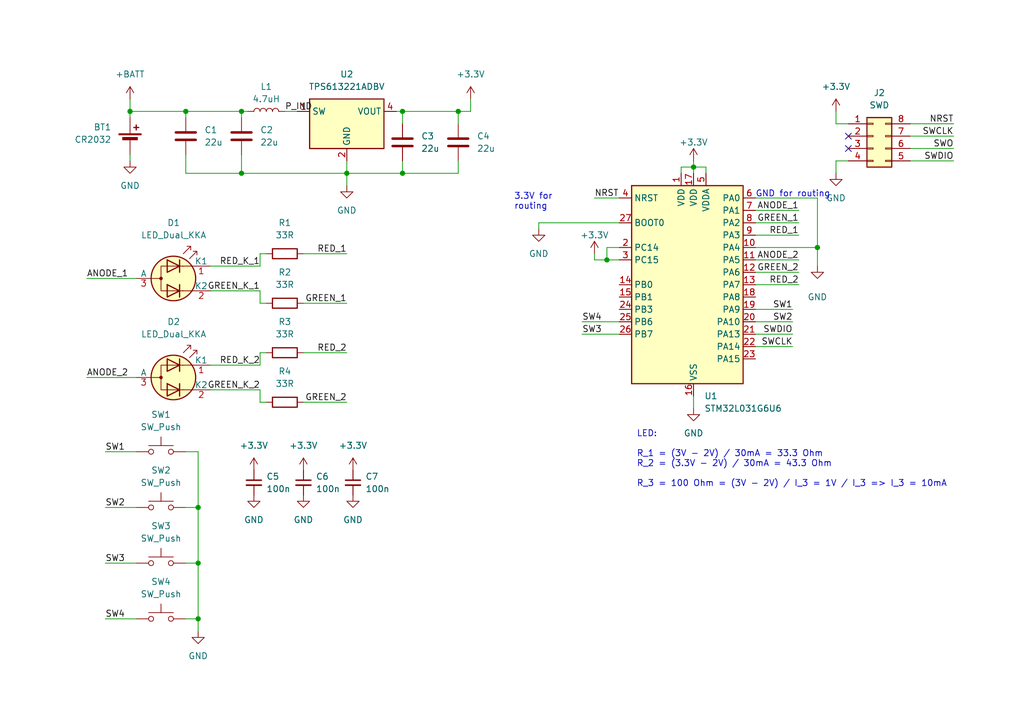
<source format=kicad_sch>
(kicad_sch (version 20231120) (generator "eeschema") (generator_version "8.0")
  (paper "A5")
  (title_block (title "Ferris Badge") (date "2024-01-13") (rev "1"))
  (lib_symbols
    (symbol "+3.3V_1" (power) (pin_numbers hide) (pin_names (offset 0) hide)
      (property "Value" "+3.3V" (at 0 3.556 0))
      (symbol "+3.3V_1_0_1"
        (polyline (pts (xy -0.762 1.27) (xy 0 2.54)))
        (polyline (pts (xy 0 0) (xy 0 2.54)))
        (polyline (pts (xy 0 2.54) (xy 0.762 1.27)))
      )
      (symbol "+3.3V_1_1_1"
        (pin power_in line (at 0 0 90) (length 0) (name "~") (number "1"))
      )
    )
    (symbol "Connector_Generic:Conn_02x04_Counter_Clockwise" (pin_names (offset 1.016) hide)
      (property "Reference" "J" (at 1.27 5.08 0))
      (property "Value" "Conn_02x04_Counter_Clockwise" (at 1.27 -7.62 0))
      (symbol "Conn_02x04_Counter_Clockwise_1_1"
        (rectangle (start -1.27 -4.953) (end 0 -5.207) (stroke (width 0.1524)))
        (rectangle (start -1.27 -2.413) (end 0 -2.667) (stroke (width 0.1524)))
        (rectangle (start -1.27 0.127) (end 0 -0.127) (stroke (width 0.1524)))
        (rectangle (start -1.27 2.667) (end 0 2.413) (stroke (width 0.1524)))
        (rectangle (start -1.27 3.81) (end 3.81 -6.35) (stroke (width 0.254)) (fill (type background)))
        (rectangle (start 3.81 -4.953) (end 2.54 -5.207) (stroke (width 0.1524)))
        (rectangle (start 3.81 -2.413) (end 2.54 -2.667) (stroke (width 0.1524)))
        (rectangle (start 3.81 0.127) (end 2.54 -0.127) (stroke (width 0.1524)))
        (rectangle (start 3.81 2.667) (end 2.54 2.413) (stroke (width 0.1524)))
        (pin passive line (at -5.08 2.54 0) (length 3.81) (name "Pin_1") (number "1"))
        (pin passive line (at -5.08 0 0) (length 3.81) (name "Pin_2") (number "2"))
        (pin passive line (at -5.08 -2.54 0) (length 3.81) (name "Pin_3") (number "3"))
        (pin passive line (at -5.08 -5.08 0) (length 3.81) (name "Pin_4") (number "4"))
        (pin passive line (at 7.62 -5.08 180) (length 3.81) (name "Pin_5") (number "5"))
        (pin passive line (at 7.62 -2.54 180) (length 3.81) (name "Pin_6") (number "6"))
        (pin passive line (at 7.62 0 180) (length 3.81) (name "Pin_7") (number "7"))
        (pin passive line (at 7.62 2.54 180) (length 3.81) (name "Pin_8") (number "8"))
      )
    )
    (symbol "Device:Battery_Cell" (pin_numbers hide) (pin_names (offset 0) hide)
      (property "Reference" "BT" (at 2.54 2.54 0))
      (property "Value" "Battery_Cell" (at 2.54 0 0))
      (symbol "Battery_Cell_0_1"
        (rectangle (start -2.286 1.778) (end 2.286 1.524) (fill (type outline)))
        (rectangle (start -1.524 1.016) (end 1.524 0.508) (fill (type outline)))
        (polyline (pts (xy 0 0.762) (xy 0 0)))
        (polyline (pts (xy 0 1.778) (xy 0 2.54)))
        (polyline (pts (xy 0.762 3.048) (xy 1.778 3.048)) (stroke (width 0.254)))
        (polyline (pts (xy 1.27 3.556) (xy 1.27 2.54)) (stroke (width 0.254)))
      )
      (symbol "Battery_Cell_1_1"
        (pin passive line (at 0 5.08 270) (length 2.54) (name "+") (number "1"))
        (pin passive line (at 0 -2.54 90) (length 2.54) (name "-") (number "2"))
      )
    )
    (symbol "Device:C" (pin_numbers hide) (pin_names (offset 0.254))
      (property "Reference" "C" (at 0.635 2.54 0))
      (property "Value" "C" (at 0.635 -2.54 0))
      (symbol "C_0_1"
        (polyline (pts (xy -2.032 -0.762) (xy 2.032 -0.762)) (stroke (width 0.508)))
        (polyline (pts (xy -2.032 0.762) (xy 2.032 0.762)) (stroke (width 0.508)))
      )
      (symbol "C_1_1"
        (pin passive line (at 0 3.81 270) (length 2.794) (name "~") (number "1"))
        (pin passive line (at 0 -3.81 90) (length 2.794) (name "~") (number "2"))
      )
    )
    (symbol "Device:C_Small" (pin_numbers hide) (pin_names (offset 0.254) hide)
      (property "Reference" "C" (at 0.254 1.778 0))
      (property "Value" "C_Small" (at 0.254 -2.032 0))
      (symbol "C_Small_0_1"
        (polyline (pts (xy -1.524 -0.508) (xy 1.524 -0.508)) (stroke (width 0.3302)))
        (polyline (pts (xy -1.524 0.508) (xy 1.524 0.508)) (stroke (width 0.3048)))
      )
      (symbol "C_Small_1_1"
        (pin passive line (at 0 2.54 270) (length 2.032) (name "~") (number "1"))
        (pin passive line (at 0 -2.54 90) (length 2.032) (name "~") (number "2"))
      )
    )
    (symbol "Device:L" (pin_numbers hide) (pin_names (offset 1.016) hide)
      (property "Reference" "L" (at -1.27 0 90))
      (property "Value" "L" (at 1.905 0 90))
      (symbol "L_0_1"
        (arc (start 0 -2.54) (mid 0.6323 -1.905) (end 0 -1.27))
        (arc (start 0 -1.27) (mid 0.6323 -0.635) (end 0 0))
        (arc (start 0 0) (mid 0.6323 0.635) (end 0 1.27))
        (arc (start 0 1.27) (mid 0.6323 1.905) (end 0 2.54))
      )
      (symbol "L_1_1"
        (pin passive line (at 0 3.81 270) (length 1.27) (name "1") (number "1"))
        (pin passive line (at 0 -3.81 90) (length 1.27) (name "2") (number "2"))
      )
    )
    (symbol "Device:LED_Dual_KKA" (pin_names (offset 0))
      (property "Reference" "D" (at 0 5.715 0))
      (property "Value" "LED_Dual_KKA" (at 0 -6.35 0))
      (symbol "LED_Dual_KKA_0_1"
        (circle (center -2.54 0) (radius 0.2794) (fill (type outline)))
        (polyline (pts (xy -4.572 0) (xy -2.54 0)))
        (polyline (pts (xy 1.27 -1.27) (xy 1.27 -3.81)) (stroke (width 0.254)))
        (polyline (pts (xy 1.27 3.81) (xy 1.27 1.27)) (stroke (width 0.254)))
        (polyline (pts (xy 3.81 -2.54) (xy 1.905 -2.54)))
        (polyline (pts (xy 3.81 2.54) (xy 1.905 2.54)))
        (polyline (pts (xy -1.27 -1.27) (xy -1.27 -3.81) (xy 1.27 -2.54) (xy -1.27 -1.27)) (stroke (width 0.254)))
        (polyline (pts (xy -1.27 3.81) (xy -1.27 1.27) (xy 1.27 2.54) (xy -1.27 3.81)) (stroke (width 0.254)))
        (polyline (pts (xy 2.032 2.54) (xy -2.54 2.54) (xy -2.54 -2.54) (xy 2.032 -2.54)))
        (polyline (pts (xy 2.032 5.08) (xy 3.556 6.604) (xy 2.794 6.604) (xy 3.556 6.604) (xy 3.556 5.842)))
        (polyline (pts (xy 3.302 4.064) (xy 4.826 5.588) (xy 4.064 5.588) (xy 4.826 5.588) (xy 4.826 4.826)))
        (circle (center 0 0) (radius 4.572) (stroke (width 0.254)) (fill (type background)))
      )
      (symbol "LED_Dual_KKA_1_1"
        (pin input line (at 7.62 2.54 180) (length 3.81) (name "K1") (number "1"))
        (pin input line (at 7.62 -2.54 180) (length 3.81) (name "K2") (number "2"))
        (pin input line (at -7.62 0 0) (length 3.048) (name "A") (number "3"))
      )
    )
    (symbol "Device:R" (pin_numbers hide) (pin_names (offset 0))
      (property "Reference" "R" (at 2.032 0 90))
      (property "Value" "R" (at 0 0 90))
      (symbol "R_0_1"
        (rectangle (start -1.016 -2.54) (end 1.016 2.54) (stroke (width 0.254)))
      )
      (symbol "R_1_1"
        (pin passive line (at 0 3.81 270) (length 1.27) (name "~") (number "1"))
        (pin passive line (at 0 -3.81 90) (length 1.27) (name "~") (number "2"))
      )
    )
    (symbol "GND_1" (power) (pin_numbers hide) (pin_names (offset 0) hide)
      (property "Value" "GND" (at 0 -3.81 0))
      (symbol "GND_1_0_1"
        (polyline (pts (xy 0 0) (xy 0 -1.27) (xy 1.27 -1.27) (xy 0 -2.54) (xy -1.27 -1.27) (xy 0 -1.27)))
      )
      (symbol "GND_1_1_1"
        (pin power_in line (at 0 0 270) (length 0) (name "~") (number "1"))
      )
    )
    (symbol "GND_2" (power) (pin_numbers hide) (pin_names (offset 0) hide)
      (property "Value" "GND" (at 0 -3.81 0))
      (symbol "GND_2_0_1"
        (polyline (pts (xy 0 0) (xy 0 -1.27) (xy 1.27 -1.27) (xy 0 -2.54) (xy -1.27 -1.27) (xy 0 -1.27)))
      )
      (symbol "GND_2_1_1"
        (pin power_in line (at 0 0 270) (length 0) (name "~") (number "1"))
      )
    )
    (symbol "MCU_ST_STM32L0:STM32L031G6Ux"
      (property "Reference" "U" (at -10.16 21.59 0))
      (property "Value" "STM32L031G6Ux" (at 7.62 21.59 0))
      (symbol "STM32L031G6Ux_0_1"
        (rectangle (start -10.16 -20.32) (end 12.7 20.32) (stroke (width 0.254)) (fill (type background)))
      )
      (symbol "STM32L031G6Ux_1_1"
        (pin power_in line (at 0 22.86 270) (length 2.54) (name "VDD") (number "1"))
        (pin bidirectional line (at 15.24 7.62 180) (length 2.54) (name "PA4") (number "10"))
        (pin bidirectional line (at 15.24 5.08 180) (length 2.54) (name "PA5") (number "11"))
        (pin bidirectional line (at 15.24 2.54 180) (length 2.54) (name "PA6") (number "12"))
        (pin bidirectional line (at 15.24 0 180) (length 2.54) (name "PA7") (number "13"))
        (pin bidirectional line (at -12.7 0 0) (length 2.54) (name "PB0") (number "14"))
        (pin bidirectional line (at -12.7 -2.54 0) (length 2.54) (name "PB1") (number "15"))
        (pin power_in line (at 2.54 -22.86 90) (length 2.54) (name "VSS") (number "16"))
        (pin power_in line (at 2.54 22.86 270) (length 2.54) (name "VDD") (number "17"))
        (pin bidirectional line (at 15.24 -2.54 180) (length 2.54) (name "PA8") (number "18"))
        (pin bidirectional line (at 15.24 -5.08 180) (length 2.54) (name "PA9") (number "19"))
        (pin bidirectional line (at -12.7 7.62 0) (length 2.54) (name "PC14") (number "2"))
        (pin bidirectional line (at 15.24 -7.62 180) (length 2.54) (name "PA10") (number "20"))
        (pin bidirectional line (at 15.24 -10.16 180) (length 2.54) (name "PA13") (number "21"))
        (pin bidirectional line (at 15.24 -12.7 180) (length 2.54) (name "PA14") (number "22"))
        (pin bidirectional line (at 15.24 -15.24 180) (length 2.54) (name "PA15") (number "23"))
        (pin bidirectional line (at -12.7 -5.08 0) (length 2.54) (name "PB3") (number "24"))
        (pin bidirectional line (at -12.7 -7.62 0) (length 2.54) (name "PB6") (number "25"))
        (pin bidirectional line (at -12.7 -10.16 0) (length 2.54) (name "PB7") (number "26"))
        (pin input line (at -12.7 12.7 0) (length 2.54) (name "BOOT0") (number "27"))
        (pin passive line (at 2.54 -22.86 90) (length 2.54) hide (name "VSS") (number "28"))
        (pin bidirectional line (at -12.7 5.08 0) (length 2.54) (name "PC15") (number "3"))
        (pin input line (at -12.7 17.78 0) (length 2.54) (name "NRST") (number "4"))
        (pin power_in line (at 5.08 22.86 270) (length 2.54) (name "VDDA") (number "5"))
        (pin bidirectional line (at 15.24 17.78 180) (length 2.54) (name "PA0") (number "6"))
        (pin bidirectional line (at 15.24 15.24 180) (length 2.54) (name "PA1") (number "7"))
        (pin bidirectional line (at 15.24 12.7 180) (length 2.54) (name "PA2") (number "8"))
        (pin bidirectional line (at 15.24 10.16 180) (length 2.54) (name "PA3") (number "9"))
      )
    )
    (symbol "MCU_WCH_CH32V0:CH32V003JxMx"
      (property "Reference" "U" (at -15.24 7.62 0))
      (property "Value" "CH32V003JxMx" (at 15.24 7.62 0))
      (symbol "CH32V003JxMx_1_1"
        (rectangle (start -15.24 5.08) (end 15.24 -5.08) (stroke (width 0.254)) (fill (type background)))
        (pin bidirectional line (at 17.78 0 180) (length 2.54) (name "PD6/PA1") (number "1"))
        (pin power_in line (at 0 -7.62 90) (length 2.54) (name "VSS") (number "2"))
        (pin bidirectional line (at 17.78 -2.54 180) (length 2.54) (name "PA2") (number "3"))
        (pin power_in line (at 0 7.62 270) (length 2.54) (name "VDD") (number "4"))
        (pin bidirectional line (at -17.78 2.54 0) (length 2.54) (name "PC1") (number "5"))
        (pin bidirectional line (at -17.78 0 0) (length 2.54) (name "PC2") (number "6"))
        (pin bidirectional line (at -17.78 -2.54 0) (length 2.54) (name "PC4") (number "7"))
        (pin bidirectional line (at 17.78 2.54 180) (length 2.54) (name "PD1/PD4/PD5") (number "8"))
      )
    )
    (symbol "Regulator_Switching:TPS613221ADBV"
      (property "Reference" "U" (at -7.62 6.35 0))
      (property "Value" "TPS613221ADBV" (at 2.54 6.35 0))
      (symbol "TPS613221ADBV_0_1"
        (rectangle (start -7.62 5.08) (end 7.62 -5.08) (stroke (width 0.254)) (fill (type background)))
      )
      (symbol "TPS613221ADBV_1_1"
        (pin power_in line (at -10.16 2.54 0) (length 2.54) (name "SW") (number "1"))
        (pin power_in line (at 0 -7.62 90) (length 2.54) (name "GND") (number "2"))
        (pin no_connect line (at -7.62 -2.54 0) (length 2.54) hide (name "NC") (number "3"))
        (pin power_out line (at 10.16 2.54 180) (length 2.54) (name "VOUT") (number "4"))
        (pin no_connect line (at 7.62 -2.54 180) (length 2.54) hide (name "NC") (number "5"))
      )
    )
    (symbol "Switch:SW_Push" (pin_numbers hide) (pin_names (offset 1.016) hide)
      (property "Reference" "SW" (at 1.27 2.54 0))
      (property "Value" "SW_Push" (at 0 -1.524 0))
      (symbol "SW_Push_0_1"
        (circle (center -2.032 0) (radius 0.508))
        (polyline (pts (xy 0 1.27) (xy 0 3.048)))
        (polyline (pts (xy 2.54 1.27) (xy -2.54 1.27)))
        (circle (center 2.032 0) (radius 0.508))
        (pin passive line (at -5.08 0 0) (length 2.54) (name "1") (number "1"))
        (pin passive line (at 5.08 0 180) (length 2.54) (name "2") (number "2"))
      )
    )
    (symbol "power:+3.3V" (power) (pin_names (offset 0))
      (property "Value" "+3.3V" (at 0 3.556 0))
      (symbol "+3.3V_0_1"
        (polyline (pts (xy -0.762 1.27) (xy 0 2.54)))
        (polyline (pts (xy 0 0) (xy 0 2.54)))
        (polyline (pts (xy 0 2.54) (xy 0.762 1.27)))
      )
      (symbol "+3.3V_1_1"
        (pin power_in line (at 0 0 90) (length 0) hide (name "+3.3V") (number "1"))
      )
    )
    (symbol "power:+BATT" (power) (pin_numbers hide) (pin_names (offset 0) hide)
      (property "Value" "+BATT" (at 0 3.556 0))
      (symbol "+BATT_0_1"
        (polyline (pts (xy -0.762 1.27) (xy 0 2.54)))
        (polyline (pts (xy 0 0) (xy 0 2.54)))
        (polyline (pts (xy 0 2.54) (xy 0.762 1.27)))
      )
      (symbol "+BATT_1_1"
        (pin power_in line (at 0 0 90) (length 0) (name "~") (number "1"))
      )
    )
    (symbol "power:GND" (power) (pin_names (offset 0))
      (property "Value" "GND" (at 0 -3.81 0))
      (symbol "GND_0_1"
        (polyline (pts (xy 0 0) (xy 0 -1.27) (xy 1.27 -1.27) (xy 0 -2.54) (xy -1.27 -1.27) (xy 0 -1.27)))
      )
      (symbol "GND_1_1"
        (pin power_in line (at 0 0 270) (length 0) hide (name "GND") (number "1"))
      )
    )
  )
  (junction (at 93.98 22.86))
  (junction (at 26.67 22.86))
  (junction (at 40.64 104.14))
  (junction (at 82.55 35.56))
  (junction (at 49.53 22.86))
  (junction (at 82.55 22.86))
  (junction (at 71.12 35.56))
  (junction (at 38.1 22.86))
  (junction (at 142.24 34.29))
  (junction (at 40.64 115.57))
  (junction (at 167.64 50.8))
  (junction (at 40.64 127))
  (junction (at 124.46 53.34))
  (junction (at 49.53 35.56))
  (no_connect (at 173.99 27.94))
  (no_connect (at 173.99 30.48))
  (wire (pts (xy 40.64 92.71) (xy 38.1 92.71)))
  (wire (pts (xy 40.64 115.57) (xy 38.1 115.57)))
  (wire (pts (xy 154.94 55.88) (xy 163.83 55.88)))
  (wire (pts (xy 119.38 66.04) (xy 127 66.04)))
  (wire (pts (xy 154.94 48.26) (xy 163.83 48.26)))
  (wire (pts (xy 62.23 72.39) (xy 71.12 72.39)))
  (wire (pts (xy 154.94 58.42) (xy 163.83 58.42)))
  (wire (pts (xy 154.94 66.04) (xy 162.56 66.04)))
  (wire (pts (xy 186.69 33.02) (xy 195.58 33.02)))
  (wire (pts (xy 62.23 52.07) (xy 71.12 52.07)))
  (wire (pts (xy 121.92 40.64) (xy 127 40.64)))
  (wire (pts (xy 49.53 31.75) (xy 49.53 35.56)))
  (wire (pts (xy 40.64 127) (xy 40.64 129.54)))
  (wire (pts (xy 121.92 53.34) (xy 124.46 53.34)))
  (wire (pts (xy 62.23 62.23) (xy 71.12 62.23)))
  (wire (pts (xy 167.64 54.61) (xy 167.64 50.8)))
  (wire (pts (xy 62.23 82.55) (xy 71.12 82.55)))
  (wire (pts (xy 40.64 127) (xy 38.1 127)))
  (wire (pts (xy 50.8 22.86) (xy 49.53 22.86)))
  (wire (pts (xy 144.78 34.29) (xy 144.78 35.56)))
  (wire (pts (xy 154.94 63.5) (xy 162.56 63.5)))
  (wire (pts (xy 21.59 127) (xy 27.94 127)))
  (wire (pts (xy 154.94 71.12) (xy 162.56 71.12)))
  (wire (pts (xy 17.78 77.47) (xy 27.94 77.47)))
  (wire (pts (xy 53.34 52.07) (xy 53.34 54.61)))
  (wire (pts (xy 40.64 104.14) (xy 40.64 115.57)))
  (wire (pts (xy 139.7 34.29) (xy 139.7 35.56)))
  (wire (pts (xy 93.98 35.56) (xy 93.98 33.02)))
  (wire (pts (xy 40.64 115.57) (xy 40.64 127)))
  (wire (pts (xy 251.46 66.04) (xy 257.81 66.04)))
  (wire (pts (xy 142.24 33.02) (xy 142.24 34.29)))
  (wire (pts (xy 21.59 115.57) (xy 27.94 115.57)))
  (wire (pts (xy 124.46 50.8) (xy 124.46 53.34)))
  (wire (pts (xy 40.64 92.71) (xy 40.64 104.14)))
  (wire (pts (xy 17.78 57.15) (xy 27.94 57.15)))
  (wire (pts (xy 53.34 74.93) (xy 43.18 74.93)))
  (wire (pts (xy 167.64 40.64) (xy 154.94 40.64)))
  (wire (pts (xy 127 50.8) (xy 124.46 50.8)))
  (wire (pts (xy 171.45 35.56) (xy 171.45 33.02)))
  (wire (pts (xy 82.55 22.86) (xy 81.28 22.86)))
  (wire (pts (xy 53.34 62.23) (xy 53.34 59.69)))
  (wire (pts (xy 82.55 22.86) (xy 82.55 25.4)))
  (wire (pts (xy 82.55 33.02) (xy 82.55 35.56)))
  (wire (pts (xy 171.45 33.02) (xy 173.99 33.02)))
  (wire (pts (xy 93.98 22.86) (xy 93.98 25.4)))
  (wire (pts (xy 26.67 33.02) (xy 26.67 31.75)))
  (wire (pts (xy 186.69 27.94) (xy 195.58 27.94)))
  (wire (pts (xy 110.49 45.72) (xy 127 45.72)))
  (wire (pts (xy 71.12 33.02) (xy 71.12 35.56)))
  (wire (pts (xy 53.34 54.61) (xy 43.18 54.61)))
  (wire (pts (xy 186.69 25.4) (xy 195.58 25.4)))
  (wire (pts (xy 53.34 52.07) (xy 54.61 52.07)))
  (wire (pts (xy 186.69 30.48) (xy 195.58 30.48)))
  (wire (pts (xy 171.45 22.86) (xy 171.45 25.4)))
  (wire (pts (xy 53.34 62.23) (xy 54.61 62.23)))
  (wire (pts (xy 53.34 59.69) (xy 43.18 59.69)))
  (wire (pts (xy 96.52 20.32) (xy 96.52 22.86)))
  (wire (pts (xy 121.92 52.07) (xy 121.92 53.34)))
  (wire (pts (xy 119.38 68.58) (xy 127 68.58)))
  (wire (pts (xy 110.49 46.99) (xy 110.49 45.72)))
  (wire (pts (xy 154.94 45.72) (xy 163.83 45.72)))
  (wire (pts (xy 71.12 35.56) (xy 82.55 35.56)))
  (wire (pts (xy 171.45 25.4) (xy 173.99 25.4)))
  (wire (pts (xy 124.46 53.34) (xy 127 53.34)))
  (wire (pts (xy 53.34 82.55) (xy 54.61 82.55)))
  (wire (pts (xy 38.1 22.86) (xy 26.67 22.86)))
  (wire (pts (xy 40.64 104.14) (xy 38.1 104.14)))
  (wire (pts (xy 93.98 22.86) (xy 96.52 22.86)))
  (wire (pts (xy 154.94 53.34) (xy 163.83 53.34)))
  (wire (pts (xy 49.53 22.86) (xy 49.53 24.13)))
  (wire (pts (xy 154.94 50.8) (xy 167.64 50.8)))
  (wire (pts (xy 21.59 92.71) (xy 27.94 92.71)))
  (wire (pts (xy 142.24 81.28) (xy 142.24 83.82)))
  (wire (pts (xy 26.67 22.86) (xy 26.67 24.13)))
  (wire (pts (xy 21.59 104.14) (xy 27.94 104.14)))
  (wire (pts (xy 82.55 35.56) (xy 93.98 35.56)))
  (wire (pts (xy 53.34 72.39) (xy 54.61 72.39)))
  (wire (pts (xy 142.24 34.29) (xy 142.24 35.56)))
  (wire (pts (xy 154.94 68.58) (xy 162.56 68.58)))
  (wire (pts (xy 71.12 35.56) (xy 71.12 38.1)))
  (wire (pts (xy 38.1 31.75) (xy 38.1 35.56)))
  (wire (pts (xy 49.53 22.86) (xy 38.1 22.86)))
  (wire (pts (xy 53.34 80.01) (xy 43.18 80.01)))
  (wire (pts (xy 53.34 72.39) (xy 53.34 74.93)))
  (wire (pts (xy 38.1 35.56) (xy 49.53 35.56)))
  (wire (pts (xy 167.64 50.8) (xy 167.64 40.64)))
  (wire (pts (xy 142.24 34.29) (xy 144.78 34.29)))
  (wire (pts (xy 38.1 22.86) (xy 38.1 24.13)))
  (wire (pts (xy 49.53 35.56) (xy 71.12 35.56)))
  (wire (pts (xy 53.34 82.55) (xy 53.34 80.01)))
  (wire (pts (xy 142.24 34.29) (xy 139.7 34.29)))
  (wire (pts (xy 82.55 22.86) (xy 93.98 22.86)))
  (wire (pts (xy 26.67 20.32) (xy 26.67 22.86)))
  (wire (pts (xy 154.94 43.18) (xy 163.83 43.18)))
  (wire (pts (xy 58.42 22.86) (xy 60.96 22.86)))
  (text "3.3V for\nrouting" (at 105.41 43.18 0) (effects (font (size 1.27 1.27)) (justify left bottom)))
  (text "LED:\n\nR_1 = (3V - 2V) / 30mA = 33.3 Ohm\nR_2 = (3.3V - 2V) / 30mA = 43.3 Ohm\n\nR_3 = 100 Ohm = (3V - 2V) / I_3 = 1V / I_3 => I_3 = 10mA" (at 130.556 100.076 0) (effects (font (size 1.27 1.27)) (justify left bottom)))
  (text "GND for routing" (at 154.94 40.64 0) (effects (font (size 1.27 1.27)) (justify left bottom)))
  (label "RED_K_2" (at 53.34 74.93 180))
  (label "ANODE_2" (at 17.78 77.47 0))
  (label "SWDIO" (at 162.56 68.58 180))
  (label "SW3" (at 119.38 68.58 0))
  (label "SW1" (at 21.59 92.71 0))
  (label "GREEN_2" (at 163.83 55.88 180))
  (label "SWCLK" (at 162.56 71.12 180))
  (label "RED_1" (at 163.83 48.26 180))
  (label "SW1" (at 162.56 63.5 180))
  (label "ANODE_1" (at 163.83 43.18 180))
  (label "P_IND" (at 58.42 22.86 0))
  (label "NRST" (at 195.58 25.4 180))
  (label "RED_1" (at 71.12 52.07 180))
  (label "SW2" (at 162.56 66.04 180))
  (label "RED_2" (at 163.83 58.42 180))
  (label "GREEN_2" (at 71.12 82.55 180))
  (label "SWDIO" (at 195.58 33.02 180))
  (label "RED_2" (at 71.12 72.39 180))
  (label "GREEN_1" (at 71.12 62.23 180))
  (label "ANODE_1" (at 17.78 57.15 0))
  (label "GREEN_1" (at 163.83 45.72 180))
  (label "GREEN_K_1" (at 53.34 59.69 180))
  (label "ANODE_2" (at 163.83 53.34 180))
  (label "NRST" (at 121.92 40.64 0))
  (label "GREEN_K_2" (at 53.34 80.01 180))
  (label "SWO" (at 195.58 30.48 180))
  (label "SWIO" (at 257.81 66.04 180))
  (label "SW4" (at 21.59 127 0))
  (label "SW4" (at 119.38 66.04 0))
  (label "SW3" (at 21.59 115.57 0))
  (label "SWCLK" (at 195.58 27.94 180))
  (label "RED_K_1" (at 53.34 54.61 180))
  (label "SW2" (at 21.59 104.14 0))
  (symbol (lib_id "Device:R") (at 58.42 72.39 90) (unit 1)
    (property "Reference" "R3" (at 58.42 66.04 90))
    (property "Value" "33R" (at 58.42 68.58 90))
    (property "Footprint" "Resistor_SMD:R_0402_1005Metric" (effects (hide yes)))
  )
  (symbol (lib_id "power:GND") (at 72.39 101.6 0) (unit 1)
    (property "Reference" "#PWR022" (effects (hide yes)))
    (property "Value" "GND" (at 72.39 106.68 0))
  )
  (symbol (lib_id "Device:R") (at 58.42 62.23 90) (unit 1)
    (property "Reference" "R2" (at 58.42 55.88 90))
    (property "Value" "33R" (at 58.42 58.42 90))
    (property "Footprint" "Resistor_SMD:R_0402_1005Metric" (effects (hide yes)))
  )
  (symbol (lib_id "MCU_ST_STM32L0:STM32L031G6Ux") (at 139.7 58.42 0) (unit 1)
    (property "Reference" "U1" (at 144.4341 81.28 0) (effects (justify left)))
    (property "Value" "STM32L031G6U6" (at 144.4341 83.82 0) (effects (justify left)))
    (property "Footprint" "Package_DFN_QFN:QFN-28_4x4mm_P0.5mm" (effects (hide yes)))
    (property "Datasheet" "https://www.st.com/resource/en/datasheet/stm32l031g6.pdf" (effects (hide yes)))
  )
  (symbol (lib_id "power:+BATT") (at 26.67 20.32 0) (unit 1)
    (property "Reference" "#PWR01" (effects (hide yes)))
    (property "Value" "+BATT" (at 26.67 15.24 0))
    (property "Description" "Power symbol creates a global label with name \"+BATT\"" (effects (hide yes)))
  )
  (symbol (lib_id "Device:LED_Dual_KKA") (at 35.56 77.47 0) (unit 1)
    (property "Reference" "D2" (at 35.6235 66.04 0))
    (property "Value" "LED_Dual_KKA" (at 35.6235 68.58 0))
    (property "Footprint" "LED_SMD:LED_LiteOn_LTST-S326" (effects (hide yes)))
  )
  (symbol (lib_id "Switch:SW_Push") (at 33.02 92.71 0) (unit 1)
    (property "Reference" "SW1" (at 33.02 85.09 0))
    (property "Value" "SW_Push" (at 33.02 87.63 0))
    (property "Footprint" "Button_Switch_SMD:SW_Push_1P1T_XKB_TS-1187A" (effects (hide yes)))
  )
  (symbol (lib_name "GND_2") (lib_id "power:GND") (at 233.68 76.2 0) (unit 1)
    (property "Reference" "#PWR02" (effects (hide yes)))
    (property "Value" "GND" (at 233.68 81.28 0))
    (property "Description" "Power symbol creates a global label with name \"GND\" , ground" (effects (hide yes)))
  )
  (symbol (lib_id "power:GND") (at 40.64 129.54 0) (unit 1)
    (property "Reference" "#PWR07" (effects (hide yes)))
    (property "Value" "GND" (at 40.64 134.62 0))
  )
  (symbol (lib_id "Device:Battery_Cell") (at 26.67 29.21 0) (unit 1)
    (property "Reference" "BT1" (at 22.86 26.0984 0) (effects (justify right)))
    (property "Value" "CR2032" (at 22.86 28.6384 0) (effects (justify right)))
    (property "Footprint" "Battery:BatteryHolder_Keystone_3034_1x20mm" (effects (hide yes)))
    (property "LCSC" "C964833" (effects (hide yes)))
  )
  (symbol (lib_id "Device:C") (at 93.98 29.21 0) (unit 1)
    (property "Reference" "C4" (at 97.79 27.9399 0) (effects (justify left)))
    (property "Value" "22u" (at 97.79 30.4799 0) (effects (justify left)))
    (property "Footprint" "Capacitor_SMD:C_0805_2012Metric_Pad1.18x1.45mm_HandSolder" (effects (hide yes)))
    (property "Description" "Unpolarized capacitor" (effects (hide yes)))
  )
  (symbol (lib_id "Device:C") (at 82.55 29.21 0) (unit 1)
    (property "Reference" "C3" (at 86.36 27.9399 0) (effects (justify left)))
    (property "Value" "22u" (at 86.36 30.4799 0) (effects (justify left)))
    (property "Footprint" "Capacitor_SMD:C_0805_2012Metric_Pad1.18x1.45mm_HandSolder" (effects (hide yes)))
    (property "Description" "Unpolarized capacitor" (effects (hide yes)))
  )
  (symbol (lib_id "Regulator_Switching:TPS613221ADBV") (at 71.12 25.4 0) (unit 1)
    (property "Reference" "U2" (at 71.12 15.24 0))
    (property "Value" "TPS613221ADBV" (at 71.12 17.78 0))
    (property "Footprint" "Package_TO_SOT_SMD:SOT-23-5_HandSoldering" (effects (hide yes)))
    (property "Datasheet" "http://www.ti.com/lit/ds/symlink/tps61322.pdf" (effects (hide yes)))
    (property "Description" "1.2A Step-Up Converter, 3.3V Output Voltage, 0.9-5.5V Input Voltage, SOT-23-5" (effects (hide yes)))
  )
  (symbol (lib_id "power:GND") (at 62.23 101.6 0) (unit 1)
    (property "Reference" "#PWR020" (effects (hide yes)))
    (property "Value" "GND" (at 62.23 106.68 0))
  )
  (symbol (lib_name "+3.3V_1") (lib_id "power:+3.3V") (at 233.68 60.96 0) (unit 1)
    (property "Reference" "#PWR09" (effects (hide yes)))
    (property "Value" "+3.3V" (at 233.68 55.88 0))
    (property "Description" "Power symbol creates a global label with name \"+3.3V\"" (effects (hide yes)))
  )
  (symbol (lib_id "Device:LED_Dual_KKA") (at 35.56 57.15 0) (unit 1)
    (property "Reference" "D1" (at 35.6235 45.72 0))
    (property "Value" "LED_Dual_KKA" (at 35.6235 48.26 0))
    (property "Footprint" "LED_SMD:LED_LiteOn_LTST-S326" (effects (hide yes)))
  )
  (symbol (lib_id "Device:C") (at 49.53 27.94 0) (unit 1)
    (property "Reference" "C2" (at 53.34 26.6699 0) (effects (justify left)))
    (property "Value" "22u" (at 53.34 29.2099 0) (effects (justify left)))
    (property "Footprint" "Capacitor_SMD:C_0805_2012Metric_Pad1.18x1.45mm_HandSolder" (effects (hide yes)))
    (property "Description" "Unpolarized capacitor" (effects (hide yes)))
  )
  (symbol (lib_id "Device:C_Small") (at 72.39 99.06 0) (unit 1)
    (property "Reference" "C7" (at 74.93 97.7963 0) (effects (justify left)))
    (property "Value" "100n" (at 74.93 100.3363 0) (effects (justify left)))
    (property "Footprint" "Capacitor_SMD:C_0402_1005Metric" (effects (hide yes)))
  )
  (symbol (lib_id "power:+3.3V") (at 121.92 52.07 0) (unit 1)
    (property "Reference" "#PWR017" (effects (hide yes)))
    (property "Value" "+3.3V" (at 121.92 48.26 0))
  )
  (symbol (lib_id "power:+3.3V") (at 142.24 33.02 0) (unit 1)
    (property "Reference" "#PWR05" (effects (hide yes)))
    (property "Value" "+3.3V" (at 142.24 29.21 0))
  )
  (symbol (lib_name "GND_1") (lib_id "power:GND") (at 71.12 38.1 0) (unit 1)
    (property "Reference" "#PWR013" (effects (hide yes)))
    (property "Value" "GND" (at 71.12 43.18 0))
    (property "Description" "Power symbol creates a global label with name \"GND\" , ground" (effects (hide yes)))
  )
  (symbol (lib_id "Device:R") (at 58.42 52.07 90) (unit 1)
    (property "Reference" "R1" (at 58.42 45.72 90))
    (property "Value" "33R" (at 58.42 48.26 90))
    (property "Footprint" "Resistor_SMD:R_0402_1005Metric" (effects (hide yes)))
  )
  (symbol (lib_id "power:+3.3V") (at 52.07 96.52 0) (unit 1)
    (property "Reference" "#PWR015" (effects (hide yes)))
    (property "Value" "+3.3V" (at 52.07 91.44 0))
  )
  (symbol (lib_id "power:GND") (at 52.07 101.6 0) (unit 1)
    (property "Reference" "#PWR04" (effects (hide yes)))
    (property "Value" "GND" (at 52.07 106.68 0))
  )
  (symbol (lib_id "power:+3.3V") (at 96.52 20.32 0) (unit 1)
    (property "Reference" "#PWR06" (effects (hide yes)))
    (property "Value" "+3.3V" (at 96.52 15.24 0))
  )
  (symbol (lib_id "Switch:SW_Push") (at 33.02 104.14 0) (unit 1)
    (property "Reference" "SW2" (at 33.02 96.52 0))
    (property "Value" "SW_Push" (at 33.02 99.06 0))
    (property "Footprint" "Button_Switch_SMD:SW_Push_1P1T_XKB_TS-1187A" (effects (hide yes)))
  )
  (symbol (lib_id "Connector_Generic:Conn_02x04_Counter_Clockwise") (at 179.07 27.94 0) (unit 1)
    (property "Reference" "J2" (at 180.34 19.05 0))
    (property "Value" "SWD" (at 180.34 21.59 0))
    (property "Footprint" "SOIC Bite:SOIC_clipProgSmall" (effects (hide yes)))
  )
  (symbol (lib_id "Device:C_Small") (at 52.07 99.06 0) (unit 1)
    (property "Reference" "C5" (at 54.61 97.7963 0) (effects (justify left)))
    (property "Value" "100n" (at 54.61 100.3363 0) (effects (justify left)))
    (property "Footprint" "Capacitor_SMD:C_0402_1005Metric" (effects (hide yes)))
  )
  (symbol (lib_id "power:GND") (at 167.64 54.61 0) (unit 1)
    (property "Reference" "#PWR018" (effects (hide yes)))
    (property "Value" "GND" (at 167.64 60.96 0))
  )
  (symbol (lib_id "power:+3.3V") (at 171.45 22.86 0) (unit 1)
    (property "Reference" "#PWR08" (effects (hide yes)))
    (property "Value" "+3.3V" (at 171.45 17.78 0))
  )
  (symbol (lib_id "power:GND") (at 142.24 83.82 0) (unit 1)
    (property "Reference" "#PWR016" (effects (hide yes)))
    (property "Value" "GND" (at 142.24 88.9 0))
  )
  (symbol (lib_id "power:GND") (at 26.67 33.02 0) (mirror y) (unit 1)
    (property "Reference" "#PWR03" (effects (hide yes)))
    (property "Value" "GND" (at 26.67 38.1 0))
  )
  (symbol (lib_id "power:+3.3V") (at 62.23 96.52 0) (unit 1)
    (property "Reference" "#PWR019" (effects (hide yes)))
    (property "Value" "+3.3V" (at 62.23 91.44 0))
  )
  (symbol (lib_id "power:+3.3V") (at 72.39 96.52 0) (unit 1)
    (property "Reference" "#PWR021" (effects (hide yes)))
    (property "Value" "+3.3V" (at 72.39 91.44 0))
  )
  (symbol (lib_id "power:GND") (at 110.49 46.99 0) (unit 1)
    (property "Reference" "#PWR012" (effects (hide yes)))
    (property "Value" "GND" (at 110.49 52.07 0))
  )
  (symbol (lib_id "Device:C") (at 38.1 27.94 0) (unit 1)
    (property "Reference" "C1" (at 41.91 26.6699 0) (effects (justify left)))
    (property "Value" "22u" (at 41.91 29.2099 0) (effects (justify left)))
    (property "Footprint" "Capacitor_SMD:C_0805_2012Metric_Pad1.18x1.45mm_HandSolder" (effects (hide yes)))
    (property "Description" "Unpolarized capacitor" (effects (hide yes)))
  )
  (symbol (lib_id "MCU_WCH_CH32V0:CH32V003JxMx") (at 233.68 68.58 0) (unit 1)
    (property "Reference" "U3" (at 235.8741 58.42 0) (effects (justify left)))
    (property "Value" "CH32V003JxMx" (at 235.8741 60.96 0) (effects (justify left)))
    (property "Footprint" "Package_SO:SOP-8_3.9x4.9mm_P1.27mm" (effects (hide yes)))
    (property "Datasheet" "https://www.wch-ic.com/products/CH32V003.html" (effects (hide yes)))
    (property "Description" "CH32V003 series are industrial-grade general-purpose microcontrollers designed based on 32-bit RISC-V instruction set and architecture. It adopts QingKe V2A core, RV32EC instruction set, and supports 2 levels of interrupt nesting. The series are mounted with rich peripheral interfaces and function modules. Its internal organizational structure meets the low-cost and low-power embedded application scenarios." (effects (hide yes)))
  )
  (symbol (lib_id "Device:L") (at 54.61 22.86 90) (unit 1)
    (property "Reference" "L1" (at 54.61 17.78 90))
    (property "Value" "4.7uH" (at 54.61 20.32 90))
    (property "Footprint" "Inductor_SMD:L_1008_2520Metric_Pad1.43x2.20mm_HandSolder" (effects (hide yes)))
    (property "Description" "Inductor" (effects (hide yes)))
  )
  (symbol (lib_id "power:GND") (at 171.45 35.56 0) (unit 1)
    (property "Reference" "#PWR011" (effects (hide yes)))
    (property "Value" "GND" (at 171.45 40.64 0))
  )
  (symbol (lib_id "Switch:SW_Push") (at 33.02 127 0) (unit 1)
    (property "Reference" "SW4" (at 33.02 119.38 0))
    (property "Value" "SW_Push" (at 33.02 121.92 0))
    (property "Footprint" "Button_Switch_SMD:SW_Push_1P1T_XKB_TS-1187A" (effects (hide yes)))
  )
  (symbol (lib_id "Device:C_Small") (at 62.23 99.06 0) (unit 1)
    (property "Reference" "C6" (at 64.77 97.7963 0) (effects (justify left)))
    (property "Value" "100n" (at 64.77 100.3363 0) (effects (justify left)))
    (property "Footprint" "Capacitor_SMD:C_0402_1005Metric" (effects (hide yes)))
  )
  (symbol (lib_id "Switch:SW_Push") (at 33.02 115.57 0) (unit 1)
    (property "Reference" "SW3" (at 33.02 107.95 0))
    (property "Value" "SW_Push" (at 33.02 110.49 0))
    (property "Footprint" "Button_Switch_SMD:SW_Push_1P1T_XKB_TS-1187A" (effects (hide yes)))
  )
  (symbol (lib_id "Device:R") (at 58.42 82.55 90) (unit 1)
    (property "Reference" "R4" (at 58.42 76.2 90))
    (property "Value" "33R" (at 58.42 78.74 90))
    (property "Footprint" "Resistor_SMD:R_0402_1005Metric" (effects (hide yes)))
  )
)
</source>
